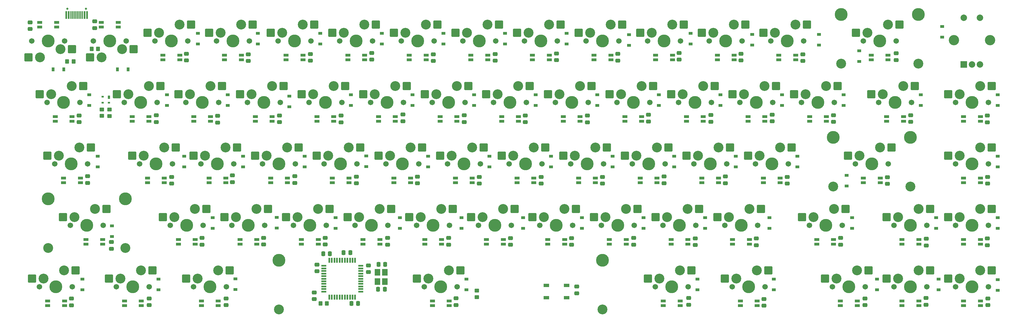
<source format=gbr>
%TF.GenerationSoftware,KiCad,Pcbnew,(6.0.8)*%
%TF.CreationDate,2023-04-08T23:31:00-04:00*%
%TF.ProjectId,keeb,6b656562-2e6b-4696-9361-645f70636258,rev?*%
%TF.SameCoordinates,Original*%
%TF.FileFunction,Soldermask,Bot*%
%TF.FilePolarity,Negative*%
%FSLAX46Y46*%
G04 Gerber Fmt 4.6, Leading zero omitted, Abs format (unit mm)*
G04 Created by KiCad (PCBNEW (6.0.8)) date 2023-04-08 23:31:00*
%MOMM*%
%LPD*%
G01*
G04 APERTURE LIST*
G04 Aperture macros list*
%AMRoundRect*
0 Rectangle with rounded corners*
0 $1 Rounding radius*
0 $2 $3 $4 $5 $6 $7 $8 $9 X,Y pos of 4 corners*
0 Add a 4 corners polygon primitive as box body*
4,1,4,$2,$3,$4,$5,$6,$7,$8,$9,$2,$3,0*
0 Add four circle primitives for the rounded corners*
1,1,$1+$1,$2,$3*
1,1,$1+$1,$4,$5*
1,1,$1+$1,$6,$7*
1,1,$1+$1,$8,$9*
0 Add four rect primitives between the rounded corners*
20,1,$1+$1,$2,$3,$4,$5,0*
20,1,$1+$1,$4,$5,$6,$7,0*
20,1,$1+$1,$6,$7,$8,$9,0*
20,1,$1+$1,$8,$9,$2,$3,0*%
G04 Aperture macros list end*
%ADD10R,1.700000X1.000000*%
%ADD11RoundRect,0.254000X1.016000X1.016000X-1.016000X1.016000X-1.016000X-1.016000X1.016000X-1.016000X0*%
%ADD12C,3.987800*%
%ADD13C,3.048000*%
%ADD14C,1.701800*%
%ADD15RoundRect,0.250000X-0.475000X0.337500X-0.475000X-0.337500X0.475000X-0.337500X0.475000X0.337500X0*%
%ADD16RoundRect,0.082000X0.718000X-0.328000X0.718000X0.328000X-0.718000X0.328000X-0.718000X-0.328000X0*%
%ADD17RoundRect,0.082000X-0.718000X0.328000X-0.718000X-0.328000X0.718000X-0.328000X0.718000X0.328000X0*%
%ADD18C,2.000000*%
%ADD19C,3.200000*%
%ADD20R,2.000000X2.000000*%
%ADD21R,1.200000X0.900000*%
%ADD22RoundRect,0.250000X-0.350000X-0.450000X0.350000X-0.450000X0.350000X0.450000X-0.350000X0.450000X0*%
%ADD23RoundRect,0.250000X0.475000X-0.337500X0.475000X0.337500X-0.475000X0.337500X-0.475000X-0.337500X0*%
%ADD24RoundRect,0.254000X-1.016000X-1.016000X1.016000X-1.016000X1.016000X1.016000X-1.016000X1.016000X0*%
%ADD25RoundRect,0.250000X0.337500X0.475000X-0.337500X0.475000X-0.337500X-0.475000X0.337500X-0.475000X0*%
%ADD26RoundRect,0.250000X-0.450000X0.350000X-0.450000X-0.350000X0.450000X-0.350000X0.450000X0.350000X0*%
%ADD27R,0.700000X1.000000*%
%ADD28R,0.700000X0.600000*%
%ADD29RoundRect,0.250000X0.350000X0.450000X-0.350000X0.450000X-0.350000X-0.450000X0.350000X-0.450000X0*%
%ADD30R,0.900000X1.200000*%
%ADD31R,0.550000X1.500000*%
%ADD32R,1.500000X0.550000*%
%ADD33R,0.600000X2.450000*%
%ADD34R,0.300000X2.450000*%
%ADD35C,0.650000*%
%ADD36RoundRect,0.250000X-0.337500X-0.475000X0.337500X-0.475000X0.337500X0.475000X-0.337500X0.475000X0*%
%ADD37R,1.800000X2.100000*%
G04 APERTURE END LIST*
D10*
%TO.C,SW1*%
X231800000Y-156700000D03*
X225500000Y-156700000D03*
X225500000Y-160500000D03*
X231800000Y-160500000D03*
%TD*%
D11*
%TO.C,SW16*%
X321261250Y-78422500D03*
X334723250Y-75882500D03*
D12*
X328627250Y-80962500D03*
D13*
X316689250Y-87947500D03*
X324817250Y-78422500D03*
D12*
X316689250Y-72707500D03*
D14*
X333707250Y-80962500D03*
D12*
X340565250Y-72707500D03*
D14*
X323547250Y-80962500D03*
D13*
X331167250Y-75882500D03*
X340565250Y-87947500D03*
%TD*%
D15*
%TO.C,C30*%
X257150000Y-105875000D03*
X257150000Y-103800000D03*
%TD*%
D16*
%TO.C,D56*%
X288350000Y-143942500D03*
X288350000Y-142442500D03*
X283150000Y-142442500D03*
X283150000Y-143942500D03*
%TD*%
%TO.C,D36*%
X164491000Y-124892500D03*
X164491000Y-123392500D03*
X159291000Y-123392500D03*
X159291000Y-124892500D03*
%TD*%
%TO.C,D20*%
X140712500Y-105842500D03*
X140712500Y-104342500D03*
X135512500Y-104342500D03*
X135512500Y-105842500D03*
%TD*%
%TO.C,D42*%
X278825000Y-124892500D03*
X278825000Y-123392500D03*
X273625000Y-123392500D03*
X273625000Y-124892500D03*
%TD*%
%TO.C,D24*%
X216912500Y-105842500D03*
X216912500Y-104342500D03*
X211712500Y-104342500D03*
X211712500Y-105842500D03*
%TD*%
%TO.C,D33*%
X107375000Y-124892500D03*
X107375000Y-123392500D03*
X102175000Y-123392500D03*
X102175000Y-124892500D03*
%TD*%
%TO.C,D46*%
X88325000Y-143942500D03*
X88325000Y-142442500D03*
X83125000Y-142442500D03*
X83125000Y-143942500D03*
%TD*%
%TO.C,D68*%
X359787500Y-162992500D03*
X359787500Y-161492500D03*
X354587500Y-161492500D03*
X354587500Y-162992500D03*
%TD*%
%TO.C,D43*%
X297875000Y-124892500D03*
X297875000Y-123392500D03*
X292675000Y-123392500D03*
X292675000Y-124892500D03*
%TD*%
%TO.C,D55*%
X269327305Y-143942500D03*
X269327305Y-142442500D03*
X264127305Y-142442500D03*
X264127305Y-143942500D03*
%TD*%
%TO.C,D37*%
X183575000Y-124892500D03*
X183575000Y-123392500D03*
X178375000Y-123392500D03*
X178375000Y-124892500D03*
%TD*%
%TO.C,D58*%
X340737500Y-143942500D03*
X340737500Y-142442500D03*
X335537500Y-142442500D03*
X335537500Y-143942500D03*
%TD*%
%TO.C,D25*%
X235977250Y-105842500D03*
X235977250Y-104342500D03*
X230777250Y-104342500D03*
X230777250Y-105842500D03*
%TD*%
%TO.C,D61*%
X100246000Y-162992500D03*
X100246000Y-161492500D03*
X95046000Y-161492500D03*
X95046000Y-162992500D03*
%TD*%
%TO.C,D5*%
X131202250Y-86792500D03*
X131202250Y-85292500D03*
X126002250Y-85292500D03*
X126002250Y-86792500D03*
%TD*%
%TO.C,D34*%
X126391000Y-124892500D03*
X126391000Y-123392500D03*
X121191000Y-123392500D03*
X121191000Y-124892500D03*
%TD*%
%TO.C,D31*%
X359787500Y-105842500D03*
X359787500Y-104342500D03*
X354587500Y-104342500D03*
X354587500Y-105842500D03*
%TD*%
%TO.C,D10*%
X226437500Y-86792500D03*
X226437500Y-85292500D03*
X221237500Y-85292500D03*
X221237500Y-86792500D03*
%TD*%
%TO.C,D44*%
X328797250Y-124892500D03*
X328797250Y-123392500D03*
X323597250Y-123392500D03*
X323597250Y-124892500D03*
%TD*%
%TO.C,D19*%
X121677250Y-105842500D03*
X121677250Y-104342500D03*
X116477250Y-104342500D03*
X116477250Y-105842500D03*
%TD*%
%TO.C,D48*%
X135964750Y-143942500D03*
X135964750Y-142442500D03*
X130764750Y-142442500D03*
X130764750Y-143942500D03*
%TD*%
%TO.C,D47*%
X116914750Y-143942500D03*
X116914750Y-142442500D03*
X111714750Y-142442500D03*
X111714750Y-143942500D03*
%TD*%
%TO.C,D66*%
X321687500Y-162992500D03*
X321687500Y-161492500D03*
X316487500Y-161492500D03*
X316487500Y-162992500D03*
%TD*%
%TO.C,D41*%
X259775000Y-124892500D03*
X259775000Y-123392500D03*
X254575000Y-123392500D03*
X254575000Y-124892500D03*
%TD*%
D17*
%TO.C,D2*%
X68837500Y-75132500D03*
X68837500Y-76632500D03*
X74037500Y-76632500D03*
X74037500Y-75132500D03*
%TD*%
D16*
%TO.C,D53*%
X231200000Y-143942500D03*
X231200000Y-142442500D03*
X226000000Y-142442500D03*
X226000000Y-143942500D03*
%TD*%
%TO.C,D21*%
X159777250Y-105842500D03*
X159777250Y-104342500D03*
X154577250Y-104342500D03*
X154577250Y-105842500D03*
%TD*%
%TO.C,D63*%
X195496007Y-162992500D03*
X195496007Y-161492500D03*
X190296007Y-161492500D03*
X190296007Y-162992500D03*
%TD*%
%TO.C,D6*%
X150252250Y-86792500D03*
X150252250Y-85292500D03*
X145052250Y-85292500D03*
X145052250Y-86792500D03*
%TD*%
%TO.C,D18*%
X102627250Y-105842500D03*
X102627250Y-104342500D03*
X97427250Y-104342500D03*
X97427250Y-105842500D03*
%TD*%
%TO.C,D54*%
X250250000Y-143942500D03*
X250250000Y-142442500D03*
X245050000Y-142442500D03*
X245050000Y-143942500D03*
%TD*%
%TO.C,D32*%
X81403500Y-124892500D03*
X81403500Y-123392500D03*
X76203500Y-123392500D03*
X76203500Y-124892500D03*
%TD*%
%TO.C,D27*%
X274062500Y-105842500D03*
X274062500Y-104342500D03*
X268862500Y-104342500D03*
X268862500Y-105842500D03*
%TD*%
%TO.C,D12*%
X264552250Y-86792500D03*
X264552250Y-85292500D03*
X259352250Y-85292500D03*
X259352250Y-86792500D03*
%TD*%
%TO.C,D30*%
X335989750Y-105842500D03*
X335989750Y-104342500D03*
X330789750Y-104342500D03*
X330789750Y-105842500D03*
%TD*%
%TO.C,D22*%
X178812500Y-105842500D03*
X178812500Y-104342500D03*
X173612500Y-104342500D03*
X173612500Y-105842500D03*
%TD*%
%TO.C,D50*%
X174050000Y-143942500D03*
X174050000Y-142442500D03*
X168850000Y-142442500D03*
X168850000Y-143942500D03*
%TD*%
%TO.C,D62*%
X124058500Y-162992500D03*
X124058500Y-161492500D03*
X118858500Y-161492500D03*
X118858500Y-162992500D03*
%TD*%
D17*
%TO.C,D3*%
X87902250Y-75132500D03*
X87902250Y-76632500D03*
X93102250Y-76632500D03*
X93102250Y-75132500D03*
%TD*%
D16*
%TO.C,D11*%
X245502250Y-86792500D03*
X245502250Y-85292500D03*
X240302250Y-85292500D03*
X240302250Y-86792500D03*
%TD*%
%TO.C,D26*%
X255012500Y-105842500D03*
X255012500Y-104342500D03*
X249812500Y-104342500D03*
X249812500Y-105842500D03*
%TD*%
%TO.C,D35*%
X145441000Y-124892500D03*
X145441000Y-123392500D03*
X140241000Y-123392500D03*
X140241000Y-124892500D03*
%TD*%
%TO.C,D14*%
X302652250Y-86792500D03*
X302652250Y-85292500D03*
X297452250Y-85292500D03*
X297452250Y-86792500D03*
%TD*%
%TO.C,D4*%
X112137500Y-86792500D03*
X112137500Y-85292500D03*
X106937500Y-85292500D03*
X106937500Y-86792500D03*
%TD*%
%TO.C,D57*%
X314363555Y-143942500D03*
X314363555Y-142442500D03*
X309163555Y-142442500D03*
X309163555Y-143942500D03*
%TD*%
%TO.C,D28*%
X293112500Y-105842500D03*
X293112500Y-104342500D03*
X287912500Y-104342500D03*
X287912500Y-105842500D03*
%TD*%
%TO.C,D59*%
X359787500Y-143942500D03*
X359787500Y-142442500D03*
X354587500Y-142442500D03*
X354587500Y-143942500D03*
%TD*%
%TO.C,D38*%
X202625000Y-124892500D03*
X202625000Y-123392500D03*
X197425000Y-123392500D03*
X197425000Y-124892500D03*
%TD*%
%TO.C,D67*%
X340737500Y-162992500D03*
X340737500Y-161492500D03*
X335537500Y-161492500D03*
X335537500Y-162992500D03*
%TD*%
%TO.C,D15*%
X331212500Y-86792500D03*
X331212500Y-85292500D03*
X326012500Y-85292500D03*
X326012500Y-86792500D03*
%TD*%
%TO.C,D64*%
X266918750Y-162992500D03*
X266918750Y-161492500D03*
X261718750Y-161492500D03*
X261718750Y-162992500D03*
%TD*%
%TO.C,D9*%
X207402250Y-86792500D03*
X207402250Y-85292500D03*
X202202250Y-85292500D03*
X202202250Y-86792500D03*
%TD*%
%TO.C,D29*%
X312162500Y-105842500D03*
X312162500Y-104342500D03*
X306962500Y-104342500D03*
X306962500Y-105842500D03*
%TD*%
%TO.C,D23*%
X197862500Y-105842500D03*
X197862500Y-104342500D03*
X192662500Y-104342500D03*
X192662500Y-105842500D03*
%TD*%
D18*
%TO.C,SW2*%
X354687500Y-73712500D03*
X359687500Y-73712500D03*
D19*
X362787500Y-80712500D03*
X351587500Y-80712500D03*
D18*
X357187500Y-88212500D03*
X359687500Y-88212500D03*
D20*
X354687500Y-88212500D03*
%TD*%
D16*
%TO.C,D52*%
X212223805Y-143942500D03*
X212223805Y-142442500D03*
X207023805Y-142442500D03*
X207023805Y-143942500D03*
%TD*%
%TO.C,D8*%
X188352250Y-86792500D03*
X188352250Y-85292500D03*
X183152250Y-85292500D03*
X183152250Y-86792500D03*
%TD*%
%TO.C,D49*%
X155000000Y-143942500D03*
X155000000Y-142442500D03*
X149800000Y-142442500D03*
X149800000Y-143942500D03*
%TD*%
%TO.C,D51*%
X193127305Y-143942500D03*
X193127305Y-142442500D03*
X187927305Y-142442500D03*
X187927305Y-143942500D03*
%TD*%
%TO.C,D65*%
X290746000Y-162992500D03*
X290746000Y-161492500D03*
X285546000Y-161492500D03*
X285546000Y-162992500D03*
%TD*%
%TO.C,D60*%
X76493250Y-162992500D03*
X76493250Y-161492500D03*
X71293250Y-161492500D03*
X71293250Y-162992500D03*
%TD*%
%TO.C,D13*%
X283617000Y-86792500D03*
X283617000Y-85292500D03*
X278417000Y-85292500D03*
X278417000Y-86792500D03*
%TD*%
%TO.C,D39*%
X221675000Y-124892500D03*
X221675000Y-123392500D03*
X216475000Y-123392500D03*
X216475000Y-124892500D03*
%TD*%
%TO.C,D7*%
X169334000Y-86792500D03*
X169334000Y-85292500D03*
X164134000Y-85292500D03*
X164134000Y-86792500D03*
%TD*%
%TO.C,D40*%
X240725000Y-124892500D03*
X240725000Y-123392500D03*
X235525000Y-123392500D03*
X235525000Y-124892500D03*
%TD*%
%TO.C,D45*%
X359787500Y-124892500D03*
X359787500Y-123392500D03*
X354587500Y-123392500D03*
X354587500Y-124892500D03*
%TD*%
%TO.C,D17*%
X78814750Y-105842500D03*
X78814750Y-104342500D03*
X73614750Y-104342500D03*
X73614750Y-105842500D03*
%TD*%
D15*
%TO.C,C18*%
X138050000Y-141937500D03*
X138050000Y-144012500D03*
%TD*%
D11*
%TO.C,SW61*%
X90280000Y-154622500D03*
X103742000Y-152082500D03*
D12*
X97646000Y-157162500D03*
D13*
X93836000Y-154622500D03*
X100186000Y-152082500D03*
D14*
X92566000Y-157162500D03*
X102726000Y-157162500D03*
%TD*%
D21*
%TO.C,D128*%
X169828500Y-119856250D03*
X169828500Y-116556250D03*
%TD*%
D11*
%TO.C,SW50*%
X164111305Y-135572500D03*
X177573305Y-133032500D03*
D13*
X174017305Y-133032500D03*
D14*
X166397305Y-138112500D03*
D13*
X167667305Y-135572500D03*
D12*
X171477305Y-138112500D03*
D14*
X176557305Y-138112500D03*
%TD*%
D22*
%TO.C,R6*%
X155672996Y-162309750D03*
X157672996Y-162309750D03*
%TD*%
D15*
%TO.C,C43*%
X247660000Y-84910000D03*
X247660000Y-86985000D03*
%TD*%
D11*
%TO.C,SW57*%
X304651555Y-135572500D03*
X318113555Y-133032500D03*
D13*
X314557555Y-133032500D03*
D14*
X317097555Y-138112500D03*
X306937555Y-138112500D03*
D12*
X312017555Y-138112500D03*
D13*
X308207555Y-135572500D03*
%TD*%
D21*
%TO.C,D100*%
X193689750Y-81818750D03*
X193689750Y-78518750D03*
%TD*%
D11*
%TO.C,SW38*%
X192659000Y-116522500D03*
X206121000Y-113982500D03*
D12*
X200025000Y-119062500D03*
D14*
X205105000Y-119062500D03*
D13*
X196215000Y-116522500D03*
X202565000Y-113982500D03*
D14*
X194945000Y-119062500D03*
%TD*%
D11*
%TO.C,SW31*%
X349821500Y-97472500D03*
X363283500Y-94932500D03*
D12*
X357187500Y-100012500D03*
D14*
X352107500Y-100012500D03*
D13*
X359727500Y-94932500D03*
X353377500Y-97472500D03*
D14*
X362267500Y-100012500D03*
%TD*%
D23*
%TO.C,C15*%
X85850000Y-76925000D03*
X85850000Y-74850000D03*
%TD*%
D11*
%TO.C,SW5*%
X102186250Y-78422500D03*
X115648250Y-75882500D03*
D12*
X109552250Y-80962500D03*
D14*
X114632250Y-80962500D03*
X104472250Y-80962500D03*
D13*
X105742250Y-78422500D03*
X112092250Y-75882500D03*
%TD*%
D21*
%TO.C,D138*%
X91150000Y-141550000D03*
X91150000Y-138250000D03*
%TD*%
D15*
%TO.C,C62*%
X102650000Y-160750000D03*
X102650000Y-162825000D03*
%TD*%
D21*
%TO.C,D140*%
X142153555Y-138887500D03*
X142153555Y-135587500D03*
%TD*%
D15*
%TO.C,C42*%
X204800000Y-123050000D03*
X204800000Y-125125000D03*
%TD*%
D11*
%TO.C,SW46*%
X75992500Y-135572500D03*
X89454500Y-133032500D03*
D12*
X71420500Y-129857500D03*
X83358500Y-138112500D03*
D13*
X71420500Y-145097500D03*
X79548500Y-135572500D03*
D14*
X88438500Y-138112500D03*
D13*
X85898500Y-133032500D03*
D14*
X78278500Y-138112500D03*
D12*
X95296500Y-129857500D03*
D13*
X95296500Y-145097500D03*
%TD*%
D21*
%TO.C,D117*%
X241314750Y-100868750D03*
X241314750Y-97568750D03*
%TD*%
D15*
%TO.C,C60*%
X119050000Y-142000000D03*
X119050000Y-144075000D03*
%TD*%
D11*
%TO.C,SW54*%
X240311305Y-135572500D03*
X253773305Y-133032500D03*
D14*
X242597305Y-138112500D03*
D13*
X250217305Y-133032500D03*
D14*
X252757305Y-138112500D03*
D12*
X247677305Y-138112500D03*
D13*
X243867305Y-135572500D03*
%TD*%
D15*
%TO.C,C35*%
X316550000Y-142000000D03*
X316550000Y-144075000D03*
%TD*%
%TO.C,C33*%
X343050000Y-142250000D03*
X343050000Y-144325000D03*
%TD*%
D22*
%TO.C,R4*%
X77278500Y-87312500D03*
X79278500Y-87312500D03*
%TD*%
D15*
%TO.C,C59*%
X276400000Y-103900000D03*
X276400000Y-105975000D03*
%TD*%
D11*
%TO.C,SW22*%
X168861250Y-97472500D03*
X182323250Y-94932500D03*
D13*
X172417250Y-97472500D03*
D14*
X181307250Y-100012500D03*
X171147250Y-100012500D03*
D13*
X178767250Y-94932500D03*
D12*
X176227250Y-100012500D03*
%TD*%
D21*
%TO.C,D121*%
X317514750Y-100868750D03*
X317514750Y-97568750D03*
%TD*%
D11*
%TO.C,SW28*%
X283146500Y-97472500D03*
X296608500Y-94932500D03*
D13*
X286702500Y-97472500D03*
D14*
X285432500Y-100012500D03*
X295592500Y-100012500D03*
D12*
X290512500Y-100012500D03*
D13*
X293052500Y-94932500D03*
%TD*%
D11*
%TO.C,SW42*%
X268859000Y-116522500D03*
X282321000Y-113982500D03*
D13*
X278765000Y-113982500D03*
D14*
X271145000Y-119062500D03*
X281305000Y-119062500D03*
D12*
X276225000Y-119062500D03*
D13*
X272415000Y-116522500D03*
%TD*%
D11*
%TO.C,SW39*%
X211709000Y-116522500D03*
X225171000Y-113982500D03*
D14*
X213995000Y-119062500D03*
D12*
X219075000Y-119062500D03*
D14*
X224155000Y-119062500D03*
D13*
X221615000Y-113982500D03*
X215265000Y-116522500D03*
%TD*%
D21*
%TO.C,D134*%
X284128500Y-119918750D03*
X284128500Y-116618750D03*
%TD*%
D11*
%TO.C,SW55*%
X259361305Y-135572500D03*
X272823305Y-133032500D03*
D14*
X261647305Y-138112500D03*
X271807305Y-138112500D03*
D13*
X269267305Y-133032500D03*
X262917305Y-135572500D03*
D12*
X266727305Y-138112500D03*
%TD*%
D15*
%TO.C,C44*%
X142950000Y-104000000D03*
X142950000Y-106075000D03*
%TD*%
D21*
%TO.C,D124*%
X86741000Y-119981250D03*
X86741000Y-116681250D03*
%TD*%
D24*
%TO.C,SW4*%
X97868250Y-83502500D03*
X84406250Y-86042500D03*
D13*
X94312250Y-83502500D03*
D12*
X90502250Y-80962500D03*
D14*
X95582250Y-80962500D03*
X85422250Y-80962500D03*
D13*
X87962250Y-86042500D03*
%TD*%
D15*
%TO.C,C14*%
X324100000Y-160750000D03*
X324100000Y-162825000D03*
%TD*%
D21*
%TO.C,D125*%
X113521000Y-119918750D03*
X113521000Y-116618750D03*
%TD*%
D11*
%TO.C,SW36*%
X154525000Y-116522500D03*
X167987000Y-113982500D03*
D13*
X158081000Y-116522500D03*
X164431000Y-113982500D03*
D14*
X166971000Y-119062500D03*
D12*
X161891000Y-119062500D03*
D14*
X156811000Y-119062500D03*
%TD*%
D21*
%TO.C,D150*%
X346102305Y-139031250D03*
X346102305Y-135731250D03*
%TD*%
D11*
%TO.C,SW30*%
X326009000Y-97472500D03*
X339471000Y-94932500D03*
D14*
X328295000Y-100012500D03*
D12*
X333375000Y-100012500D03*
D14*
X338455000Y-100012500D03*
D13*
X329565000Y-97472500D03*
X335915000Y-94932500D03*
%TD*%
D11*
%TO.C,SW59*%
X349821500Y-135572500D03*
X363283500Y-133032500D03*
D13*
X353377500Y-135572500D03*
D12*
X357187500Y-138112500D03*
D14*
X362267500Y-138112500D03*
X352107500Y-138112500D03*
D13*
X359727500Y-133032500D03*
%TD*%
D25*
%TO.C,C8*%
X158573167Y-146842664D03*
X156498167Y-146842664D03*
%TD*%
D15*
%TO.C,C22*%
X361900000Y-104062500D03*
X361900000Y-106137500D03*
%TD*%
D11*
%TO.C,SW66*%
X311721500Y-154622500D03*
X325183500Y-152082500D03*
D14*
X314007500Y-157162500D03*
D12*
X319087500Y-157162500D03*
D13*
X321627500Y-152082500D03*
D14*
X324167500Y-157162500D03*
D13*
X315277500Y-154622500D03*
%TD*%
D15*
%TO.C,C10*%
X104850000Y-103975000D03*
X104850000Y-106050000D03*
%TD*%
D11*
%TO.C,SW6*%
X121236250Y-78422500D03*
X134698250Y-75882500D03*
D13*
X131142250Y-75882500D03*
D12*
X128602250Y-80962500D03*
D14*
X123522250Y-80962500D03*
D13*
X124792250Y-78422500D03*
D14*
X133682250Y-80962500D03*
%TD*%
D15*
%TO.C,C65*%
X285710000Y-84882500D03*
X285710000Y-86957500D03*
%TD*%
D11*
%TO.C,SW60*%
X66467500Y-154622500D03*
X79929500Y-152082500D03*
D14*
X68753500Y-157162500D03*
D13*
X76373500Y-152082500D03*
X70023500Y-154622500D03*
D12*
X73833500Y-157162500D03*
D14*
X78913500Y-157162500D03*
%TD*%
D11*
%TO.C,SW29*%
X302196500Y-97472500D03*
X315658500Y-94932500D03*
D13*
X312102500Y-94932500D03*
X305752500Y-97472500D03*
D14*
X314642500Y-100012500D03*
D12*
X309562500Y-100012500D03*
D14*
X304482500Y-100012500D03*
%TD*%
D21*
%TO.C,D97*%
X136317500Y-81881250D03*
X136317500Y-78581250D03*
%TD*%
D11*
%TO.C,SW67*%
X330771500Y-154622500D03*
X344233500Y-152082500D03*
D14*
X333057500Y-157162500D03*
D12*
X338137500Y-157162500D03*
D13*
X340677500Y-152082500D03*
D14*
X343217500Y-157162500D03*
D13*
X334327500Y-154622500D03*
%TD*%
D21*
%TO.C,D151*%
X365152305Y-138968750D03*
X365152305Y-135668750D03*
%TD*%
%TO.C,D112*%
X146064750Y-101312500D03*
X146064750Y-98012500D03*
%TD*%
%TO.C,D131*%
X226978500Y-119918750D03*
X226978500Y-116618750D03*
%TD*%
D11*
%TO.C,SW37*%
X173609000Y-116522500D03*
X187071000Y-113982500D03*
D13*
X183515000Y-113982500D03*
D14*
X186055000Y-119062500D03*
X175895000Y-119062500D03*
D13*
X177165000Y-116522500D03*
D12*
X180975000Y-119062500D03*
%TD*%
D15*
%TO.C,C66*%
X83610000Y-122850000D03*
X83610000Y-124925000D03*
%TD*%
D11*
%TO.C,SW14*%
X273636250Y-78422500D03*
X287098250Y-75882500D03*
D14*
X275922250Y-80962500D03*
D13*
X277192250Y-78422500D03*
X283542250Y-75882500D03*
D14*
X286082250Y-80962500D03*
D12*
X281002250Y-80962500D03*
%TD*%
D15*
%TO.C,C11*%
X362000000Y-123050000D03*
X362000000Y-125125000D03*
%TD*%
D11*
%TO.C,SW51*%
X183161305Y-135572500D03*
X196623305Y-133032500D03*
D13*
X186717305Y-135572500D03*
X193067305Y-133032500D03*
D12*
X190527305Y-138112500D03*
D14*
X185447305Y-138112500D03*
X195607305Y-138112500D03*
%TD*%
D15*
%TO.C,C64*%
X181150000Y-103712500D03*
X181150000Y-105787500D03*
%TD*%
D23*
%TO.C,C20*%
X65896000Y-77237500D03*
X65896000Y-75162500D03*
%TD*%
D11*
%TO.C,SW7*%
X140286250Y-78422500D03*
X153748250Y-75882500D03*
D13*
X150192250Y-75882500D03*
X143842250Y-78422500D03*
D12*
X147652250Y-80962500D03*
D14*
X142572250Y-80962500D03*
X152732250Y-80962500D03*
%TD*%
D21*
%TO.C,D149*%
X320113805Y-139031250D03*
X320113805Y-135731250D03*
%TD*%
D11*
%TO.C,SW53*%
X221261305Y-135572500D03*
X234723305Y-133032500D03*
D12*
X228627305Y-138112500D03*
D13*
X231167305Y-133032500D03*
D14*
X233707305Y-138112500D03*
X223547305Y-138112500D03*
D13*
X224817305Y-135572500D03*
%TD*%
D11*
%TO.C,SW58*%
X330771500Y-135572500D03*
X344233500Y-133032500D03*
D13*
X334327500Y-135572500D03*
D14*
X333057500Y-138112500D03*
D13*
X340677500Y-133032500D03*
D14*
X343217500Y-138112500D03*
D12*
X338137500Y-138112500D03*
%TD*%
D21*
%TO.C,D118*%
X260364750Y-100868750D03*
X260364750Y-97568750D03*
%TD*%
D15*
%TO.C,C32*%
X343000000Y-160612500D03*
X343000000Y-162687500D03*
%TD*%
D11*
%TO.C,SW26*%
X245061250Y-97472500D03*
X258523250Y-94932500D03*
D14*
X257507250Y-100012500D03*
D13*
X254967250Y-94932500D03*
D14*
X247347250Y-100012500D03*
D12*
X252427250Y-100012500D03*
D13*
X248617250Y-97472500D03*
%TD*%
D21*
%TO.C,D155*%
X200833500Y-158081250D03*
X200833500Y-154781250D03*
%TD*%
%TO.C,D107*%
X309880625Y-82200000D03*
X309880625Y-78900000D03*
%TD*%
%TO.C,D110*%
X108218750Y-100868750D03*
X108218750Y-97568750D03*
%TD*%
D15*
%TO.C,C28*%
X280900000Y-122950000D03*
X280900000Y-125025000D03*
%TD*%
D11*
%TO.C,SW33*%
X97423750Y-116522500D03*
X110885750Y-113982500D03*
D14*
X99709750Y-119062500D03*
D13*
X100979750Y-116522500D03*
D14*
X109869750Y-119062500D03*
D13*
X107329750Y-113982500D03*
D12*
X104789750Y-119062500D03*
%TD*%
D15*
%TO.C,C52*%
X300050000Y-123062500D03*
X300050000Y-125137500D03*
%TD*%
D11*
%TO.C,SW8*%
X159368000Y-78422500D03*
X172830000Y-75882500D03*
D14*
X161654000Y-80962500D03*
D13*
X169274000Y-75882500D03*
D14*
X171814000Y-80962500D03*
D13*
X162924000Y-78422500D03*
D12*
X166734000Y-80962500D03*
%TD*%
D15*
%TO.C,C16*%
X223950000Y-123062500D03*
X223950000Y-125137500D03*
%TD*%
%TO.C,C34*%
X123830000Y-104142500D03*
X123830000Y-106217500D03*
%TD*%
D11*
%TO.C,SW27*%
X264111250Y-97472500D03*
X277573250Y-94932500D03*
D13*
X267667250Y-97472500D03*
D14*
X266397250Y-100012500D03*
D12*
X271477250Y-100012500D03*
D13*
X274017250Y-94932500D03*
D14*
X276557250Y-100012500D03*
%TD*%
D26*
%TO.C,R2*%
X90450000Y-102200000D03*
X90450000Y-104200000D03*
%TD*%
D21*
%TO.C,D106*%
X289243125Y-82200000D03*
X289243125Y-78900000D03*
%TD*%
D15*
%TO.C,C9*%
X126450000Y-160762500D03*
X126450000Y-162837500D03*
%TD*%
%TO.C,C54*%
X81050000Y-104000000D03*
X81050000Y-106075000D03*
%TD*%
D21*
%TO.C,D104*%
X251143125Y-82262500D03*
X251143125Y-78962500D03*
%TD*%
D27*
%TO.C,D1*%
X90273167Y-98391464D03*
D28*
X90273167Y-100091464D03*
X88273167Y-100091464D03*
X88273167Y-98191464D03*
%TD*%
D11*
%TO.C,SW64*%
X256967500Y-154622500D03*
X270429500Y-152082500D03*
D12*
X264333500Y-157162500D03*
D13*
X260523500Y-154622500D03*
X266873500Y-152082500D03*
D14*
X259253500Y-157162500D03*
X269413500Y-157162500D03*
%TD*%
D15*
%TO.C,C6*%
X170500000Y-150502500D03*
X170500000Y-152577500D03*
%TD*%
D21*
%TO.C,D148*%
X294555055Y-138968750D03*
X294555055Y-135668750D03*
%TD*%
D11*
%TO.C,SW9*%
X178386250Y-78422500D03*
X191848250Y-75882500D03*
D13*
X181942250Y-78422500D03*
D14*
X180672250Y-80962500D03*
D12*
X185752250Y-80962500D03*
D13*
X188292250Y-75882500D03*
D14*
X190832250Y-80962500D03*
%TD*%
D15*
%TO.C,C41*%
X78650000Y-160800000D03*
X78650000Y-162875000D03*
%TD*%
D29*
%TO.C,R3*%
X86891917Y-83343750D03*
X84891917Y-83343750D03*
%TD*%
D21*
%TO.C,D130*%
X207928500Y-119918750D03*
X207928500Y-116618750D03*
%TD*%
%TO.C,D98*%
X155589750Y-81818750D03*
X155589750Y-78518750D03*
%TD*%
D11*
%TO.C,SW45*%
X349821500Y-116522500D03*
X363283500Y-113982500D03*
D13*
X353377500Y-116522500D03*
D14*
X352107500Y-119062500D03*
D13*
X359727500Y-113982500D03*
D14*
X362267500Y-119062500D03*
D12*
X357187500Y-119062500D03*
%TD*%
D30*
%TO.C,D94*%
X76277250Y-89693750D03*
X72977250Y-89693750D03*
%TD*%
D25*
%TO.C,C2*%
X175710667Y-150216464D03*
X173635667Y-150216464D03*
%TD*%
D23*
%TO.C,C23*%
X234950000Y-159125000D03*
X234950000Y-157050000D03*
%TD*%
D11*
%TO.C,SW13*%
X254586250Y-78422500D03*
X268048250Y-75882500D03*
D13*
X264492250Y-75882500D03*
D14*
X267032250Y-80962500D03*
X256872250Y-80962500D03*
D13*
X258142250Y-78422500D03*
D12*
X261952250Y-80962500D03*
%TD*%
D31*
%TO.C,U1*%
X158392750Y-148933500D03*
X159192750Y-148933500D03*
X159992750Y-148933500D03*
X160792750Y-148933500D03*
X161592750Y-148933500D03*
X162392750Y-148933500D03*
X163192750Y-148933500D03*
X163992750Y-148933500D03*
X164792750Y-148933500D03*
X165592750Y-148933500D03*
X166392750Y-148933500D03*
D32*
X168092750Y-150633500D03*
X168092750Y-151433500D03*
X168092750Y-152233500D03*
X168092750Y-153033500D03*
X168092750Y-153833500D03*
X168092750Y-154633500D03*
X168092750Y-155433500D03*
X168092750Y-156233500D03*
X168092750Y-157033500D03*
X168092750Y-157833500D03*
X168092750Y-158633500D03*
D31*
X166392750Y-160333500D03*
X165592750Y-160333500D03*
X164792750Y-160333500D03*
X163992750Y-160333500D03*
X163192750Y-160333500D03*
X162392750Y-160333500D03*
X161592750Y-160333500D03*
X160792750Y-160333500D03*
X159992750Y-160333500D03*
X159192750Y-160333500D03*
X158392750Y-160333500D03*
D32*
X156692750Y-158633500D03*
X156692750Y-157833500D03*
X156692750Y-157033500D03*
X156692750Y-156233500D03*
X156692750Y-155433500D03*
X156692750Y-154633500D03*
X156692750Y-153833500D03*
X156692750Y-153033500D03*
X156692750Y-152233500D03*
X156692750Y-151433500D03*
X156692750Y-150633500D03*
%TD*%
D11*
%TO.C,SW11*%
X216486250Y-78422500D03*
X229948250Y-75882500D03*
D14*
X218772250Y-80962500D03*
D12*
X223852250Y-80962500D03*
D13*
X226392250Y-75882500D03*
D14*
X228932250Y-80962500D03*
D13*
X220042250Y-78422500D03*
%TD*%
D15*
%TO.C,C61*%
X271600000Y-142100000D03*
X271600000Y-144175000D03*
%TD*%
%TO.C,C17*%
X91000000Y-143250000D03*
X91000000Y-145325000D03*
%TD*%
D21*
%TO.C,D119*%
X279414750Y-100868750D03*
X279414750Y-97568750D03*
%TD*%
D15*
%TO.C,C48*%
X157100000Y-141942500D03*
X157100000Y-144017500D03*
%TD*%
D21*
%TO.C,D147*%
X274664805Y-138968750D03*
X274664805Y-135668750D03*
%TD*%
%TO.C,D129*%
X188978500Y-119981250D03*
X188978500Y-116681250D03*
%TD*%
%TO.C,D156*%
X272271000Y-158018750D03*
X272271000Y-154718750D03*
%TD*%
D15*
%TO.C,C53*%
X362100000Y-160750000D03*
X362100000Y-162825000D03*
%TD*%
D21*
%TO.C,D116*%
X222264750Y-100868750D03*
X222264750Y-97568750D03*
%TD*%
D11*
%TO.C,SW48*%
X125998750Y-135572500D03*
X139460750Y-133032500D03*
D13*
X135904750Y-133032500D03*
X129554750Y-135572500D03*
D14*
X128284750Y-138112500D03*
X138444750Y-138112500D03*
D12*
X133364750Y-138112500D03*
%TD*%
D11*
%TO.C,SW43*%
X287909000Y-116522500D03*
X301371000Y-113982500D03*
D12*
X295275000Y-119062500D03*
D13*
X297815000Y-113982500D03*
D14*
X290195000Y-119062500D03*
D13*
X291465000Y-116522500D03*
D14*
X300355000Y-119062500D03*
%TD*%
D33*
%TO.C,USB1*%
X83462330Y-72865635D03*
X82687330Y-72865635D03*
D34*
X81987330Y-72865635D03*
X81487330Y-72865635D03*
X80987330Y-72865635D03*
X80487330Y-72865635D03*
X79987330Y-72865635D03*
X79487330Y-72865635D03*
X78987330Y-72865635D03*
X78487330Y-72865635D03*
D33*
X77787330Y-72865635D03*
X77012330Y-72865635D03*
D35*
X77347330Y-70920635D03*
X83127330Y-70920635D03*
%TD*%
D21*
%TO.C,D127*%
X150778500Y-119918750D03*
X150778500Y-116618750D03*
%TD*%
%TO.C,D102*%
X231789750Y-81818750D03*
X231789750Y-78518750D03*
%TD*%
%TO.C,D146*%
X255614805Y-138968750D03*
X255614805Y-135668750D03*
%TD*%
D11*
%TO.C,SW17*%
X68848750Y-97472500D03*
X82310750Y-94932500D03*
D14*
X71134750Y-100012500D03*
D12*
X76214750Y-100012500D03*
D13*
X72404750Y-97472500D03*
X78754750Y-94932500D03*
D14*
X81294750Y-100012500D03*
%TD*%
D11*
%TO.C,SW65*%
X280780000Y-154622500D03*
X294242000Y-152082500D03*
D13*
X290686000Y-152082500D03*
X284336000Y-154622500D03*
D14*
X283066000Y-157162500D03*
D12*
X288146000Y-157162500D03*
D14*
X293226000Y-157162500D03*
%TD*%
D21*
%TO.C,D135*%
X303178500Y-119918750D03*
X303178500Y-116618750D03*
%TD*%
D15*
%TO.C,C55*%
X190530000Y-85050000D03*
X190530000Y-87125000D03*
%TD*%
D21*
%TO.C,D120*%
X298464750Y-100868750D03*
X298464750Y-97568750D03*
%TD*%
D15*
%TO.C,C45*%
X171510000Y-84650000D03*
X171510000Y-86725000D03*
%TD*%
D11*
%TO.C,SW34*%
X116425000Y-116522500D03*
X129887000Y-113982500D03*
D14*
X118711000Y-119062500D03*
D13*
X119981000Y-116522500D03*
D12*
X123791000Y-119062500D03*
D13*
X126331000Y-113982500D03*
D14*
X128871000Y-119062500D03*
%TD*%
D21*
%TO.C,D141*%
X160364805Y-139031250D03*
X160364805Y-135731250D03*
%TD*%
D15*
%TO.C,C5*%
X153704246Y-158891000D03*
X153704246Y-160966000D03*
%TD*%
%TO.C,C51*%
X290500000Y-142150000D03*
X290500000Y-144225000D03*
%TD*%
D21*
%TO.C,D123*%
X365139750Y-100868750D03*
X365139750Y-97568750D03*
%TD*%
D15*
%TO.C,C7*%
X154563867Y-150247714D03*
X154563867Y-152322714D03*
%TD*%
D21*
%TO.C,D136*%
X318410000Y-125870000D03*
X318410000Y-122570000D03*
%TD*%
%TO.C,D160*%
X365125000Y-158240000D03*
X365125000Y-154940000D03*
%TD*%
%TO.C,D137*%
X365137500Y-119918750D03*
X365137500Y-116618750D03*
%TD*%
D15*
%TO.C,C47*%
X292850000Y-160900000D03*
X292850000Y-162975000D03*
%TD*%
D30*
%TO.C,D95*%
X96183500Y-89693750D03*
X92883500Y-89693750D03*
%TD*%
D15*
%TO.C,C40*%
X333750000Y-84760000D03*
X333750000Y-86835000D03*
%TD*%
%TO.C,C75*%
X338250000Y-103925000D03*
X338250000Y-106000000D03*
%TD*%
D11*
%TO.C,SW68*%
X349821500Y-154622500D03*
X363283500Y-152082500D03*
D13*
X359727500Y-152082500D03*
X353377500Y-154622500D03*
D12*
X357187500Y-157162500D03*
D14*
X362267500Y-157162500D03*
X352107500Y-157162500D03*
%TD*%
D15*
%TO.C,C72*%
X109600000Y-123050000D03*
X109600000Y-125125000D03*
%TD*%
D21*
%TO.C,D144*%
X218355055Y-138968750D03*
X218355055Y-135668750D03*
%TD*%
%TO.C,D133*%
X265078500Y-119918750D03*
X265078500Y-116618750D03*
%TD*%
D15*
%TO.C,C67*%
X233300000Y-142050000D03*
X233300000Y-144125000D03*
%TD*%
%TO.C,C26*%
X176400000Y-142000000D03*
X176400000Y-144075000D03*
%TD*%
%TO.C,C19*%
X261950000Y-122950000D03*
X261950000Y-125025000D03*
%TD*%
%TO.C,C24*%
X152540000Y-84970000D03*
X152540000Y-87045000D03*
%TD*%
%TO.C,C25*%
X197600000Y-160712500D03*
X197600000Y-162787500D03*
%TD*%
%TO.C,C21*%
X162000000Y-104050000D03*
X162000000Y-106125000D03*
%TD*%
D21*
%TO.C,D152*%
X81993250Y-158018750D03*
X81993250Y-154718750D03*
%TD*%
D11*
%TO.C,SW19*%
X111711250Y-97472500D03*
X125173250Y-94932500D03*
D14*
X113997250Y-100012500D03*
D13*
X121617250Y-94932500D03*
D14*
X124157250Y-100012500D03*
D12*
X119077250Y-100012500D03*
D13*
X115267250Y-97472500D03*
%TD*%
D15*
%TO.C,C63*%
X209680000Y-84950000D03*
X209680000Y-87025000D03*
%TD*%
D11*
%TO.C,SW62*%
X114092500Y-154622500D03*
X127554500Y-152082500D03*
D13*
X117648500Y-154622500D03*
D12*
X121458500Y-157162500D03*
D13*
X123998500Y-152082500D03*
D14*
X126538500Y-157162500D03*
X116378500Y-157162500D03*
%TD*%
D15*
%TO.C,C56*%
X295400000Y-103750000D03*
X295400000Y-105825000D03*
%TD*%
D11*
%TO.C,SW32*%
X71230000Y-116522500D03*
X84692000Y-113982500D03*
D12*
X78596000Y-119062500D03*
D13*
X74786000Y-116522500D03*
D14*
X83676000Y-119062500D03*
D13*
X81136000Y-113982500D03*
D14*
X73516000Y-119062500D03*
%TD*%
D11*
%TO.C,SW41*%
X249809000Y-116522500D03*
X263271000Y-113982500D03*
D12*
X257175000Y-119062500D03*
D14*
X262255000Y-119062500D03*
D13*
X259715000Y-113982500D03*
D14*
X252095000Y-119062500D03*
D13*
X253365000Y-116522500D03*
%TD*%
D21*
%TO.C,D157*%
X295876000Y-158081250D03*
X295876000Y-154781250D03*
%TD*%
%TO.C,D158*%
X327818750Y-158018750D03*
X327818750Y-154718750D03*
%TD*%
%TO.C,D145*%
X236564805Y-138968750D03*
X236564805Y-135668750D03*
%TD*%
%TO.C,D111*%
X127014750Y-100868750D03*
X127014750Y-97568750D03*
%TD*%
D36*
%TO.C,C3*%
X162816417Y-146563264D03*
X164891417Y-146563264D03*
%TD*%
D15*
%TO.C,C74*%
X238200000Y-104050000D03*
X238200000Y-106125000D03*
%TD*%
%TO.C,C58*%
X228630000Y-84790000D03*
X228630000Y-86865000D03*
%TD*%
D11*
%TO.C,SW15*%
X292686250Y-78422500D03*
X306148250Y-75882500D03*
D14*
X305132250Y-80962500D03*
X294972250Y-80962500D03*
D13*
X302592250Y-75882500D03*
X296242250Y-78422500D03*
D12*
X300052250Y-80962500D03*
%TD*%
D24*
%TO.C,SW3*%
X78818250Y-83502500D03*
X65356250Y-86042500D03*
D14*
X76532250Y-80962500D03*
D13*
X68912250Y-86042500D03*
D12*
X71452250Y-80962500D03*
D14*
X66372250Y-80962500D03*
D13*
X75262250Y-83502500D03*
%TD*%
D15*
%TO.C,C69*%
X242900000Y-123050000D03*
X242900000Y-125125000D03*
%TD*%
D21*
%TO.C,D122*%
X341327250Y-100868750D03*
X341327250Y-97568750D03*
%TD*%
D15*
%TO.C,C57*%
X166750000Y-122975000D03*
X166750000Y-125050000D03*
%TD*%
%TO.C,C46*%
X214450000Y-142050000D03*
X214450000Y-144125000D03*
%TD*%
D21*
%TO.C,D126*%
X131728500Y-119918750D03*
X131728500Y-116618750D03*
%TD*%
D11*
%TO.C,SW40*%
X230759000Y-116522500D03*
X244221000Y-113982500D03*
D13*
X240665000Y-113982500D03*
X234315000Y-116522500D03*
D12*
X238125000Y-119062500D03*
D14*
X233045000Y-119062500D03*
X243205000Y-119062500D03*
%TD*%
D11*
%TO.C,SW25*%
X226011250Y-97472500D03*
X239473250Y-94932500D03*
D12*
X233377250Y-100012500D03*
D14*
X238457250Y-100012500D03*
D13*
X229567250Y-97472500D03*
X235917250Y-94932500D03*
D14*
X228297250Y-100012500D03*
%TD*%
D21*
%TO.C,D153*%
X105583500Y-158018750D03*
X105583500Y-154718750D03*
%TD*%
%TO.C,D142*%
X180208555Y-138968750D03*
X180208555Y-135668750D03*
%TD*%
%TO.C,D96*%
X117793125Y-81818750D03*
X117793125Y-78518750D03*
%TD*%
D11*
%TO.C,SW20*%
X130761250Y-97472500D03*
X144223250Y-94932500D03*
D13*
X140667250Y-94932500D03*
D14*
X133047250Y-100012500D03*
X143207250Y-100012500D03*
D13*
X134317250Y-97472500D03*
D12*
X138127250Y-100012500D03*
%TD*%
D11*
%TO.C,SW52*%
X202257805Y-135572500D03*
X215719805Y-133032500D03*
D14*
X204543805Y-138112500D03*
D13*
X205813805Y-135572500D03*
D14*
X214703805Y-138112500D03*
D13*
X212163805Y-133032500D03*
D12*
X209623805Y-138112500D03*
%TD*%
D26*
%TO.C,R1*%
X88000000Y-102150000D03*
X88000000Y-104150000D03*
%TD*%
D15*
%TO.C,C50*%
X304900000Y-85040000D03*
X304900000Y-87115000D03*
%TD*%
D21*
%TO.C,D99*%
X174639750Y-81818750D03*
X174639750Y-78518750D03*
%TD*%
D11*
%TO.C,SW24*%
X206935710Y-97472500D03*
X220397710Y-94932500D03*
D14*
X219381710Y-100012500D03*
D13*
X210491710Y-97472500D03*
D12*
X214301710Y-100012500D03*
D14*
X209221710Y-100012500D03*
D13*
X216841710Y-94932500D03*
%TD*%
D15*
%TO.C,C13*%
X200150000Y-103962500D03*
X200150000Y-106037500D03*
%TD*%
D21*
%TO.C,D159*%
X346868750Y-158018750D03*
X346868750Y-154718750D03*
%TD*%
%TO.C,D143*%
X199258555Y-138968750D03*
X199258555Y-135668750D03*
%TD*%
D15*
%TO.C,C39*%
X252550000Y-141975000D03*
X252550000Y-144050000D03*
%TD*%
D36*
%TO.C,C4*%
X165250917Y-162320000D03*
X167325917Y-162320000D03*
%TD*%
D15*
%TO.C,C37*%
X133370000Y-85040000D03*
X133370000Y-87115000D03*
%TD*%
D21*
%TO.C,D114*%
X184164750Y-100868750D03*
X184164750Y-97568750D03*
%TD*%
D11*
%TO.C,SW35*%
X135475000Y-116522500D03*
X148937000Y-113982500D03*
D13*
X139031000Y-116522500D03*
D14*
X137761000Y-119062500D03*
D13*
X145381000Y-113982500D03*
D14*
X147921000Y-119062500D03*
D12*
X142841000Y-119062500D03*
%TD*%
D15*
%TO.C,C31*%
X269550000Y-160600000D03*
X269550000Y-162675000D03*
%TD*%
%TO.C,C12*%
X331000000Y-123162500D03*
X331000000Y-125237500D03*
%TD*%
D26*
%TO.C,R5*%
X204008500Y-158337500D03*
X204008500Y-160337500D03*
%TD*%
D11*
%TO.C,SW10*%
X197436250Y-78422500D03*
X210898250Y-75882500D03*
D13*
X207342250Y-75882500D03*
D12*
X204802250Y-80962500D03*
D14*
X199722250Y-80962500D03*
X209882250Y-80962500D03*
D13*
X200992250Y-78422500D03*
%TD*%
D36*
%TO.C,C1*%
X173494667Y-157899964D03*
X175569667Y-157899964D03*
%TD*%
D21*
%TO.C,D139*%
X122360680Y-138968750D03*
X122360680Y-135668750D03*
%TD*%
%TO.C,D103*%
X347980000Y-79755000D03*
X347980000Y-76455000D03*
%TD*%
%TO.C,D101*%
X212739750Y-81818750D03*
X212739750Y-78518750D03*
%TD*%
D37*
%TO.C,Y1*%
X173269667Y-155497714D03*
X173269667Y-152597714D03*
X175569667Y-152597714D03*
X175569667Y-155497714D03*
%TD*%
D11*
%TO.C,SW47*%
X106948750Y-135572500D03*
X120410750Y-133032500D03*
D13*
X116854750Y-133032500D03*
D12*
X114314750Y-138112500D03*
D13*
X110504750Y-135572500D03*
D14*
X119394750Y-138112500D03*
X109234750Y-138112500D03*
%TD*%
D21*
%TO.C,D105*%
X270193125Y-81818750D03*
X270193125Y-78518750D03*
%TD*%
D15*
%TO.C,C70*%
X361950000Y-142162500D03*
X361950000Y-144237500D03*
%TD*%
D21*
%TO.C,D132*%
X246028500Y-119981250D03*
X246028500Y-116681250D03*
%TD*%
%TO.C,D115*%
X203214750Y-100868750D03*
X203214750Y-97568750D03*
%TD*%
D11*
%TO.C,SW56*%
X278457805Y-135572500D03*
X291919805Y-133032500D03*
D13*
X288363805Y-133032500D03*
D14*
X290903805Y-138112500D03*
X280743805Y-138112500D03*
D13*
X282013805Y-135572500D03*
D12*
X285823805Y-138112500D03*
%TD*%
D11*
%TO.C,SW18*%
X92665000Y-97472500D03*
X106127000Y-94932500D03*
D13*
X102571000Y-94932500D03*
X96221000Y-97472500D03*
D14*
X94951000Y-100012500D03*
D12*
X100031000Y-100012500D03*
D14*
X105111000Y-100012500D03*
%TD*%
D11*
%TO.C,SW12*%
X235536250Y-78422500D03*
X248998250Y-75882500D03*
D13*
X245442250Y-75882500D03*
D12*
X242902250Y-80962500D03*
D13*
X239092250Y-78422500D03*
D14*
X247982250Y-80962500D03*
X237822250Y-80962500D03*
%TD*%
D21*
%TO.C,D113*%
X165114750Y-100868750D03*
X165114750Y-97568750D03*
%TD*%
D11*
%TO.C,SW44*%
X318865250Y-116522500D03*
X332327250Y-113982500D03*
D14*
X321151250Y-119062500D03*
D12*
X314293250Y-110807500D03*
D13*
X338169250Y-126047500D03*
X314293250Y-126047500D03*
D14*
X331311250Y-119062500D03*
D13*
X322421250Y-116522500D03*
D12*
X338169250Y-110807500D03*
X326231250Y-119062500D03*
D13*
X328771250Y-113982500D03*
%TD*%
D15*
%TO.C,C71*%
X147700000Y-122875000D03*
X147700000Y-124950000D03*
%TD*%
D11*
%TO.C,SW49*%
X145061305Y-135572500D03*
X158523305Y-133032500D03*
D13*
X148617305Y-135572500D03*
D14*
X157507305Y-138112500D03*
X147347305Y-138112500D03*
D13*
X154967305Y-133032500D03*
D12*
X152427305Y-138112500D03*
%TD*%
D15*
%TO.C,C38*%
X314350000Y-103950000D03*
X314350000Y-106025000D03*
%TD*%
D11*
%TO.C,SW63*%
X185530007Y-154622500D03*
X198992007Y-152082500D03*
D13*
X242934007Y-164147500D03*
D12*
X192896007Y-157162500D03*
X142858007Y-148907500D03*
D13*
X142858007Y-164147500D03*
D14*
X187816007Y-157162500D03*
D13*
X195436007Y-152082500D03*
X189086007Y-154622500D03*
D14*
X197976007Y-157162500D03*
D12*
X242934007Y-148907500D03*
%TD*%
D21*
%TO.C,D108*%
X322292000Y-87312500D03*
X322292000Y-84012500D03*
%TD*%
D15*
%TO.C,C68*%
X128450000Y-122612500D03*
X128450000Y-124687500D03*
%TD*%
D21*
%TO.C,D109*%
X84152250Y-100868750D03*
X84152250Y-97568750D03*
%TD*%
D15*
%TO.C,C73*%
X195350000Y-142012500D03*
X195350000Y-144087500D03*
%TD*%
%TO.C,C49*%
X114200000Y-84902500D03*
X114200000Y-86977500D03*
%TD*%
D11*
%TO.C,SW21*%
X149811250Y-97472500D03*
X163273250Y-94932500D03*
D14*
X162257250Y-100012500D03*
D13*
X159717250Y-94932500D03*
D14*
X152097250Y-100012500D03*
D13*
X153367250Y-97472500D03*
D12*
X157177250Y-100012500D03*
%TD*%
D21*
%TO.C,D154*%
X129396000Y-157956250D03*
X129396000Y-154656250D03*
%TD*%
D15*
%TO.C,C36*%
X219050000Y-104000000D03*
X219050000Y-106075000D03*
%TD*%
%TO.C,C29*%
X266630000Y-84642500D03*
X266630000Y-86717500D03*
%TD*%
%TO.C,C27*%
X185650000Y-122975000D03*
X185650000Y-125050000D03*
%TD*%
D11*
%TO.C,SW23*%
X187911250Y-97472500D03*
X201373250Y-94932500D03*
D13*
X191467250Y-97472500D03*
D14*
X200357250Y-100012500D03*
X190197250Y-100012500D03*
D12*
X195277250Y-100012500D03*
D13*
X197817250Y-94932500D03*
%TD*%
M02*

</source>
